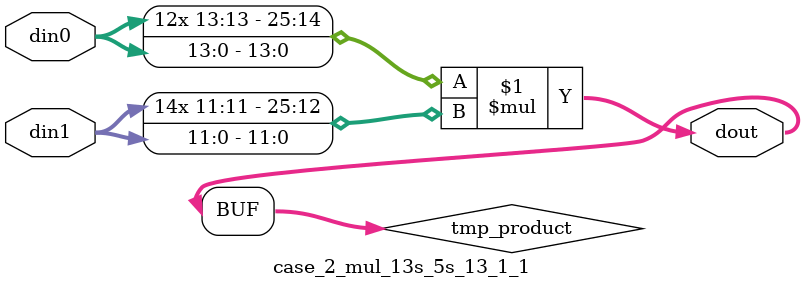
<source format=v>

`timescale 1 ns / 1 ps

 module case_2_mul_13s_5s_13_1_1(din0, din1, dout);
parameter ID = 1;
parameter NUM_STAGE = 0;
parameter din0_WIDTH = 14;
parameter din1_WIDTH = 12;
parameter dout_WIDTH = 26;

input [din0_WIDTH - 1 : 0] din0; 
input [din1_WIDTH - 1 : 0] din1; 
output [dout_WIDTH - 1 : 0] dout;

wire signed [dout_WIDTH - 1 : 0] tmp_product;



























assign tmp_product = $signed(din0) * $signed(din1);








assign dout = tmp_product;





















endmodule

</source>
